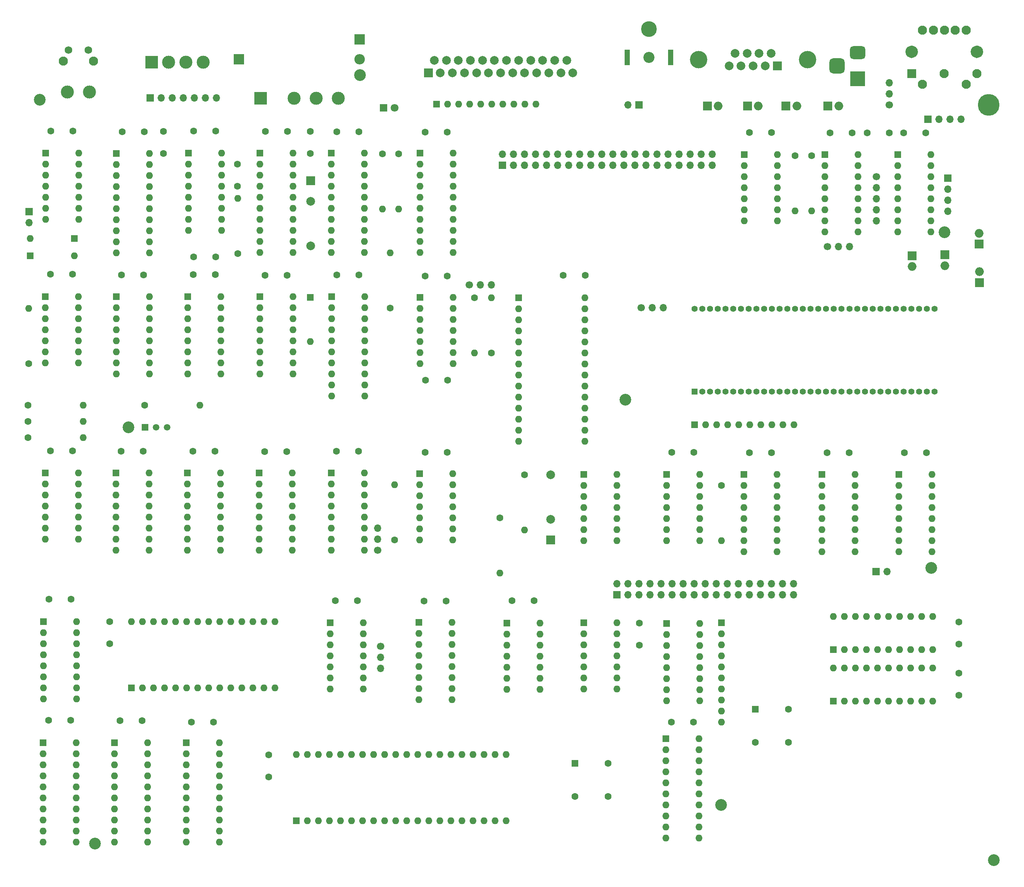
<source format=gbr>
%TF.GenerationSoftware,KiCad,Pcbnew,8.0.5*%
%TF.CreationDate,2024-11-19T00:05:18+00:00*%
%TF.ProjectId,TIM-011B,54494d2d-3031-4314-922e-6b696361645f,rev?*%
%TF.SameCoordinates,Original*%
%TF.FileFunction,Soldermask,Bot*%
%TF.FilePolarity,Negative*%
%FSLAX46Y46*%
G04 Gerber Fmt 4.6, Leading zero omitted, Abs format (unit mm)*
G04 Created by KiCad (PCBNEW 8.0.5) date 2024-11-19 00:05:18*
%MOMM*%
%LPD*%
G01*
G04 APERTURE LIST*
G04 Aperture macros list*
%AMRoundRect*
0 Rectangle with rounded corners*
0 $1 Rounding radius*
0 $2 $3 $4 $5 $6 $7 $8 $9 X,Y pos of 4 corners*
0 Add a 4 corners polygon primitive as box body*
4,1,4,$2,$3,$4,$5,$6,$7,$8,$9,$2,$3,0*
0 Add four circle primitives for the rounded corners*
1,1,$1+$1,$2,$3*
1,1,$1+$1,$4,$5*
1,1,$1+$1,$6,$7*
1,1,$1+$1,$8,$9*
0 Add four rect primitives between the rounded corners*
20,1,$1+$1,$2,$3,$4,$5,0*
20,1,$1+$1,$4,$5,$6,$7,0*
20,1,$1+$1,$6,$7,$8,$9,0*
20,1,$1+$1,$8,$9,$2,$3,0*%
G04 Aperture macros list end*
%ADD10C,1.449000*%
%ADD11R,1.600000X1.600000*%
%ADD12O,1.600000X1.600000*%
%ADD13R,2.000000X2.000000*%
%ADD14O,2.000000X2.000000*%
%ADD15C,2.700000*%
%ADD16C,1.700000*%
%ADD17O,1.700000X1.700000*%
%ADD18C,1.600000*%
%ADD19R,1.700000X1.700000*%
%ADD20R,2.400000X2.400000*%
%ADD21O,2.400000X2.400000*%
%ADD22R,3.000000X3.000000*%
%ADD23C,3.000000*%
%ADD24C,2.100000*%
%ADD25C,1.750000*%
%ADD26R,1.500000X1.500000*%
%ADD27C,1.500000*%
%ADD28C,2.000000*%
%ADD29C,4.000000*%
%ADD30C,5.000000*%
%ADD31R,1.400000X1.400000*%
%ADD32C,1.400000*%
%ADD33R,1.800000X1.800000*%
%ADD34C,1.800000*%
%ADD35R,3.500000X3.500000*%
%ADD36RoundRect,0.750000X-1.000000X0.750000X-1.000000X-0.750000X1.000000X-0.750000X1.000000X0.750000X0*%
%ADD37RoundRect,0.875000X-0.875000X0.875000X-0.875000X-0.875000X0.875000X-0.875000X0.875000X0.875000X0*%
%ADD38C,2.390000*%
%ADD39R,2.100000X2.100000*%
%ADD40C,2.550000*%
%ADD41R,1.300000X3.616000*%
%ADD42C,3.616000*%
G04 APERTURE END LIST*
D10*
%TO.C,J3*%
X301889500Y-40895000D02*
G75*
G02*
X300440500Y-40895000I-724500J0D01*
G01*
X300440500Y-40895000D02*
G75*
G02*
X301889500Y-40895000I724500J0D01*
G01*
X316899500Y-40895000D02*
G75*
G02*
X315450500Y-40895000I-724500J0D01*
G01*
X315450500Y-40895000D02*
G75*
G02*
X316899500Y-40895000I724500J0D01*
G01*
%TD*%
D11*
%TO.C,U16*%
X210790000Y-97450000D03*
D12*
X210790000Y-99990000D03*
X210790000Y-102530000D03*
X210790000Y-105070000D03*
X210790000Y-107610000D03*
X210790000Y-110150000D03*
X210790000Y-112690000D03*
X210790000Y-115230000D03*
X210790000Y-117770000D03*
X210790000Y-120310000D03*
X210790000Y-122850000D03*
X210790000Y-125390000D03*
X210790000Y-127930000D03*
X210790000Y-130470000D03*
X226030000Y-130470000D03*
X226030000Y-127930000D03*
X226030000Y-125390000D03*
X226030000Y-122850000D03*
X226030000Y-120310000D03*
X226030000Y-117770000D03*
X226030000Y-115230000D03*
X226030000Y-112690000D03*
X226030000Y-110150000D03*
X226030000Y-107610000D03*
X226030000Y-105070000D03*
X226030000Y-102530000D03*
X226030000Y-99990000D03*
X226030000Y-97450000D03*
%TD*%
D13*
%TO.C,C55*%
X281900000Y-53350000D03*
D14*
X284400000Y-53350000D03*
%TD*%
D11*
%TO.C,U34*%
X225740000Y-172280000D03*
D12*
X225740000Y-174820000D03*
X225740000Y-177360000D03*
X225740000Y-179900000D03*
X225740000Y-182440000D03*
X225740000Y-184980000D03*
X225740000Y-187520000D03*
X233360000Y-187520000D03*
X233360000Y-184980000D03*
X233360000Y-182440000D03*
X233360000Y-179900000D03*
X233360000Y-177360000D03*
X233360000Y-174820000D03*
X233360000Y-172280000D03*
%TD*%
D15*
%TO.C,H6*%
X257302000Y-214122000D03*
%TD*%
D11*
%TO.C,U7*%
X262640000Y-64520000D03*
D12*
X262640000Y-67060000D03*
X262640000Y-69600000D03*
X262640000Y-72140000D03*
X262640000Y-74680000D03*
X262640000Y-77220000D03*
X262640000Y-79760000D03*
X270260000Y-79760000D03*
X270260000Y-77220000D03*
X270260000Y-74680000D03*
X270260000Y-72140000D03*
X270260000Y-69600000D03*
X270260000Y-67060000D03*
X270260000Y-64520000D03*
%TD*%
D16*
%TO.C,JMP1*%
X281770000Y-85700000D03*
D17*
X284310000Y-85700000D03*
X286850000Y-85700000D03*
%TD*%
D11*
%TO.C,U11*%
X118210000Y-97230000D03*
D12*
X118210000Y-99770000D03*
X118210000Y-102310000D03*
X118210000Y-104850000D03*
X118210000Y-107390000D03*
X118210000Y-109930000D03*
X118210000Y-112470000D03*
X118210000Y-115010000D03*
X125830000Y-115010000D03*
X125830000Y-112470000D03*
X125830000Y-109930000D03*
X125830000Y-107390000D03*
X125830000Y-104850000D03*
X125830000Y-102310000D03*
X125830000Y-99770000D03*
X125830000Y-97230000D03*
%TD*%
D18*
%TO.C,C30*%
X214310000Y-167180000D03*
X209230000Y-167180000D03*
%TD*%
D11*
%TO.C,U20*%
X134580000Y-137750000D03*
D12*
X134580000Y-140290000D03*
X134580000Y-142830000D03*
X134580000Y-145370000D03*
X134580000Y-147910000D03*
X134580000Y-150450000D03*
X134580000Y-152990000D03*
X134580000Y-155530000D03*
X142200000Y-155530000D03*
X142200000Y-152990000D03*
X142200000Y-150450000D03*
X142200000Y-147910000D03*
X142200000Y-145370000D03*
X142200000Y-142830000D03*
X142200000Y-140290000D03*
X142200000Y-137750000D03*
%TD*%
D11*
%TO.C,U23*%
X188020000Y-137990000D03*
D12*
X188020000Y-140530000D03*
X188020000Y-143070000D03*
X188020000Y-145610000D03*
X188020000Y-148150000D03*
X188020000Y-150690000D03*
X188020000Y-153230000D03*
X195640000Y-153230000D03*
X195640000Y-150690000D03*
X195640000Y-148150000D03*
X195640000Y-145610000D03*
X195640000Y-143070000D03*
X195640000Y-140530000D03*
X195640000Y-137990000D03*
%TD*%
D13*
%TO.C,C56*%
X254150000Y-53350000D03*
D14*
X256650000Y-53350000D03*
%TD*%
D18*
%TO.C,C62*%
X299280000Y-59550000D03*
X304360000Y-59550000D03*
%TD*%
%TO.C,C40*%
X173990000Y-59270000D03*
X168910000Y-59270000D03*
%TD*%
D11*
%TO.C,X2*%
X223710000Y-204610000D03*
D18*
X223710000Y-212230000D03*
X231330000Y-212230000D03*
X231330000Y-204610000D03*
%TD*%
D11*
%TO.C,U2*%
X118217000Y-64272000D03*
D12*
X118217000Y-66812000D03*
X118217000Y-69352000D03*
X118217000Y-71892000D03*
X118217000Y-74432000D03*
X118217000Y-76972000D03*
X118217000Y-79512000D03*
X118217000Y-82052000D03*
X118217000Y-84592000D03*
X118217000Y-87132000D03*
X125837000Y-87132000D03*
X125837000Y-84592000D03*
X125837000Y-82052000D03*
X125837000Y-79512000D03*
X125837000Y-76972000D03*
X125837000Y-74432000D03*
X125837000Y-71892000D03*
X125837000Y-69352000D03*
X125837000Y-66812000D03*
X125837000Y-64272000D03*
%TD*%
D18*
%TO.C,R8*%
X179410000Y-64360000D03*
D12*
X179410000Y-77060000D03*
%TD*%
D18*
%TO.C,C29*%
X124610000Y-59310000D03*
X119530000Y-59310000D03*
%TD*%
D19*
%TO.C,P3*%
X207000000Y-66970000D03*
D17*
X207000000Y-64430000D03*
X209540000Y-66970000D03*
X209540000Y-64430000D03*
X212080000Y-66970000D03*
X212080000Y-64430000D03*
X214620000Y-66970000D03*
X214620000Y-64430000D03*
X217160000Y-66970000D03*
X217160000Y-64430000D03*
X219700000Y-66970000D03*
X219700000Y-64430000D03*
X222240000Y-66970000D03*
X222240000Y-64430000D03*
X224780000Y-66970000D03*
X224780000Y-64430000D03*
X227320000Y-66970000D03*
X227320000Y-64430000D03*
X229860000Y-66970000D03*
X229860000Y-64430000D03*
X232400000Y-66970000D03*
X232400000Y-64430000D03*
X234940000Y-66970000D03*
X234940000Y-64430000D03*
X237480000Y-66970000D03*
X237480000Y-64430000D03*
X240020000Y-66970000D03*
X240020000Y-64430000D03*
X242560000Y-66970000D03*
X242560000Y-64430000D03*
X245100000Y-66970000D03*
X245100000Y-64430000D03*
X247640000Y-66970000D03*
X247640000Y-64430000D03*
X250180000Y-66970000D03*
X250180000Y-64430000D03*
X252720000Y-66970000D03*
X252720000Y-64430000D03*
X255260000Y-66970000D03*
X255260000Y-64430000D03*
%TD*%
D18*
%TO.C,R15*%
X206440000Y-148090000D03*
D12*
X206440000Y-160790000D03*
%TD*%
D15*
%TO.C,H2*%
X174250000Y-46228000D03*
%TD*%
D18*
%TO.C,C51*%
X286780000Y-133120000D03*
X281700000Y-133120000D03*
%TD*%
D16*
%TO.C,JMP6*%
X238960000Y-99750000D03*
D17*
X241500000Y-99750000D03*
X244040000Y-99750000D03*
%TD*%
D18*
%TO.C,CX1*%
X141100000Y-88100000D03*
X136020000Y-88100000D03*
%TD*%
D20*
%TO.C,C1*%
X146380000Y-42610000D03*
X174160000Y-38030000D03*
D21*
X174160000Y-42610000D03*
%TD*%
D18*
%TO.C,R6*%
X204490000Y-110220000D03*
D12*
X204490000Y-97520000D03*
%TD*%
D22*
%TO.C,P2*%
X151430000Y-51600000D03*
D23*
X159070000Y-51620000D03*
X164160000Y-51630000D03*
X169240000Y-51630000D03*
%TD*%
D13*
%TO.C,C61*%
X301300000Y-87800000D03*
D14*
X301300000Y-90300000D03*
%TD*%
D19*
%TO.C,J5*%
X304912000Y-56405000D03*
D17*
X307452000Y-56405000D03*
X309992000Y-56405000D03*
X312532000Y-56405000D03*
%TD*%
D24*
%TO.C,T2*%
X105990000Y-43000000D03*
X113000000Y-43000000D03*
D25*
X107240000Y-40510000D03*
X111740000Y-40510000D03*
%TD*%
D11*
%TO.C,U1*%
X101920000Y-64240000D03*
D12*
X101920000Y-66780000D03*
X101920000Y-69320000D03*
X101920000Y-71860000D03*
X101920000Y-74400000D03*
X101920000Y-76940000D03*
X101920000Y-79480000D03*
X109540000Y-79480000D03*
X109540000Y-76940000D03*
X109540000Y-74400000D03*
X109540000Y-71860000D03*
X109540000Y-69320000D03*
X109540000Y-66780000D03*
X109540000Y-64240000D03*
%TD*%
D26*
%TO.C,Q1*%
X124790000Y-127260000D03*
D27*
X127330000Y-127260000D03*
X129870000Y-127260000D03*
%TD*%
D16*
%TO.C,JMP5*%
X296000000Y-53080000D03*
D17*
X296000000Y-50540000D03*
X296000000Y-48000000D03*
%TD*%
D19*
%TO.C,J4*%
X309500000Y-69945000D03*
D17*
X309500000Y-72485000D03*
X309500000Y-75025000D03*
X309500000Y-77565000D03*
%TD*%
D16*
%TO.C,JMP2*%
X293060000Y-69640000D03*
D17*
X293060000Y-72180000D03*
X293060000Y-74720000D03*
X293060000Y-77260000D03*
X293060000Y-79800000D03*
%TD*%
D18*
%TO.C,R14*%
X124770000Y-122160000D03*
D12*
X137470000Y-122160000D03*
%TD*%
D15*
%TO.C,H9*%
X308717000Y-82405000D03*
%TD*%
D11*
%TO.C,U28*%
X298250000Y-138090000D03*
D12*
X298250000Y-140630000D03*
X298250000Y-143170000D03*
X298250000Y-145710000D03*
X298250000Y-148250000D03*
X298250000Y-150790000D03*
X298250000Y-153330000D03*
X298250000Y-155870000D03*
X305870000Y-155870000D03*
X305870000Y-153330000D03*
X305870000Y-150790000D03*
X305870000Y-148250000D03*
X305870000Y-145710000D03*
X305870000Y-143170000D03*
X305870000Y-140630000D03*
X305870000Y-138090000D03*
%TD*%
D11*
%TO.C,U29*%
X101480000Y-171970000D03*
D12*
X101480000Y-174510000D03*
X101480000Y-177050000D03*
X101480000Y-179590000D03*
X101480000Y-182130000D03*
X101480000Y-184670000D03*
X101480000Y-187210000D03*
X101480000Y-189750000D03*
X109100000Y-189750000D03*
X109100000Y-187210000D03*
X109100000Y-184670000D03*
X109100000Y-182130000D03*
X109100000Y-179590000D03*
X109100000Y-177050000D03*
X109100000Y-174510000D03*
X109100000Y-171970000D03*
%TD*%
D18*
%TO.C,R3*%
X274380000Y-64780000D03*
D12*
X274380000Y-77480000D03*
%TD*%
D16*
%TO.C,JMP7*%
X199420000Y-94500000D03*
D17*
X201960000Y-94500000D03*
X204500000Y-94500000D03*
%TD*%
D11*
%TO.C,U5*%
X167690000Y-64230000D03*
D12*
X167690000Y-66770000D03*
X167690000Y-69310000D03*
X167690000Y-71850000D03*
X167690000Y-74390000D03*
X167690000Y-76930000D03*
X167690000Y-79470000D03*
X167690000Y-82010000D03*
X167690000Y-84550000D03*
X167690000Y-87090000D03*
X175310000Y-87090000D03*
X175310000Y-84550000D03*
X175310000Y-82010000D03*
X175310000Y-79470000D03*
X175310000Y-76930000D03*
X175310000Y-74390000D03*
X175310000Y-71850000D03*
X175310000Y-69310000D03*
X175310000Y-66770000D03*
X175310000Y-64230000D03*
%TD*%
D11*
%TO.C,U32*%
X187770000Y-172160000D03*
D12*
X187770000Y-174700000D03*
X187770000Y-177240000D03*
X187770000Y-179780000D03*
X187770000Y-182320000D03*
X187770000Y-184860000D03*
X187770000Y-187400000D03*
X187770000Y-189940000D03*
X195390000Y-189940000D03*
X195390000Y-187400000D03*
X195390000Y-184860000D03*
X195390000Y-182320000D03*
X195390000Y-179780000D03*
X195390000Y-177240000D03*
X195390000Y-174700000D03*
X195390000Y-172160000D03*
%TD*%
D11*
%TO.C,U15*%
X188050000Y-97402500D03*
D12*
X188050000Y-99942500D03*
X188050000Y-102482500D03*
X188050000Y-105022500D03*
X188050000Y-107562500D03*
X188050000Y-110102500D03*
X188050000Y-112642500D03*
X195670000Y-112642500D03*
X195670000Y-110102500D03*
X195670000Y-107562500D03*
X195670000Y-105022500D03*
X195670000Y-102482500D03*
X195670000Y-99942500D03*
X195670000Y-97402500D03*
%TD*%
D16*
%TO.C,JMP3*%
X178308000Y-155575000D03*
D17*
X178308000Y-153035000D03*
X178308000Y-150495000D03*
%TD*%
D11*
%TO.C,U43*%
X159640000Y-217750000D03*
D12*
X162180000Y-217750000D03*
X164720000Y-217750000D03*
X167260000Y-217750000D03*
X169800000Y-217750000D03*
X172340000Y-217750000D03*
X174880000Y-217750000D03*
X177420000Y-217750000D03*
X179960000Y-217750000D03*
X182500000Y-217750000D03*
X185040000Y-217750000D03*
X187580000Y-217750000D03*
X190120000Y-217750000D03*
X192660000Y-217750000D03*
X195200000Y-217750000D03*
X197740000Y-217750000D03*
X200280000Y-217750000D03*
X202820000Y-217750000D03*
X205360000Y-217750000D03*
X207900000Y-217750000D03*
X207900000Y-202510000D03*
X205360000Y-202510000D03*
X202820000Y-202510000D03*
X200280000Y-202510000D03*
X197740000Y-202510000D03*
X195200000Y-202510000D03*
X192660000Y-202510000D03*
X190120000Y-202510000D03*
X187580000Y-202510000D03*
X185040000Y-202510000D03*
X182500000Y-202510000D03*
X179960000Y-202510000D03*
X177420000Y-202510000D03*
X174880000Y-202510000D03*
X172340000Y-202510000D03*
X169800000Y-202510000D03*
X167260000Y-202510000D03*
X164720000Y-202510000D03*
X162180000Y-202510000D03*
X159640000Y-202510000D03*
%TD*%
D15*
%TO.C,H1*%
X100584000Y-51943000D03*
%TD*%
D13*
%TO.C,J1*%
X189985000Y-45720000D03*
D28*
X192755000Y-45720000D03*
X195525000Y-45720000D03*
X198295000Y-45720000D03*
X201065000Y-45720000D03*
X203835000Y-45720000D03*
X206605000Y-45720000D03*
X209375000Y-45720000D03*
X212145000Y-45720000D03*
X214915000Y-45720000D03*
X217685000Y-45720000D03*
X220455000Y-45720000D03*
X223225000Y-45720000D03*
X191350000Y-42900000D03*
X194120000Y-42900000D03*
X196890000Y-42900000D03*
X199660000Y-42900000D03*
X202430000Y-42900000D03*
X205200000Y-42900000D03*
X207970000Y-42900000D03*
X210740000Y-42900000D03*
X213510000Y-42900000D03*
X216280000Y-42900000D03*
X219050000Y-42900000D03*
X221820000Y-42900000D03*
%TD*%
D11*
%TO.C,D1*%
X162800000Y-97390000D03*
D12*
X162800000Y-107550000D03*
%TD*%
D15*
%TO.C,H4*%
X121031000Y-127254000D03*
%TD*%
D18*
%TO.C,R11*%
X98040000Y-112640000D03*
D12*
X98040000Y-99940000D03*
%TD*%
D18*
%TO.C,C19*%
X140880000Y-132790000D03*
X135800000Y-132790000D03*
%TD*%
D22*
%TO.C,P5*%
X126319000Y-43307000D03*
D23*
X130279000Y-43307000D03*
X134239000Y-43307000D03*
X138199000Y-43307000D03*
%TD*%
D18*
%TO.C,C25*%
X312000000Y-188950000D03*
X312000000Y-183870000D03*
%TD*%
D19*
%TO.C,P4*%
X233370000Y-165800000D03*
D17*
X233370000Y-163260000D03*
X235910000Y-165800000D03*
X235910000Y-163260000D03*
X238450000Y-165800000D03*
X238450000Y-163260000D03*
X240990000Y-165800000D03*
X240990000Y-163260000D03*
X243530000Y-165800000D03*
X243530000Y-163260000D03*
X246070000Y-165800000D03*
X246070000Y-163260000D03*
X248610000Y-165800000D03*
X248610000Y-163260000D03*
X251150000Y-165800000D03*
X251150000Y-163260000D03*
X253690000Y-165800000D03*
X253690000Y-163260000D03*
X256230000Y-165800000D03*
X256230000Y-163260000D03*
X258770000Y-165800000D03*
X258770000Y-163260000D03*
X261310000Y-165800000D03*
X261310000Y-163260000D03*
X263850000Y-165800000D03*
X263850000Y-163260000D03*
X266390000Y-165800000D03*
X266390000Y-163260000D03*
X268930000Y-165800000D03*
X268930000Y-163260000D03*
X271470000Y-165800000D03*
X271470000Y-163260000D03*
X274010000Y-165800000D03*
X274010000Y-163260000D03*
%TD*%
D18*
%TO.C,C24*%
X312040000Y-177110000D03*
X312040000Y-172030000D03*
%TD*%
D11*
%TO.C,U35*%
X244760000Y-172370000D03*
D12*
X244760000Y-174910000D03*
X244760000Y-177450000D03*
X244760000Y-179990000D03*
X244760000Y-182530000D03*
X244760000Y-185070000D03*
X244760000Y-187610000D03*
X244760000Y-190150000D03*
X252380000Y-190150000D03*
X252380000Y-187610000D03*
X252380000Y-185070000D03*
X252380000Y-182530000D03*
X252380000Y-179990000D03*
X252380000Y-177450000D03*
X252380000Y-174910000D03*
X252380000Y-172370000D03*
%TD*%
D11*
%TO.C,U30*%
X121680000Y-187260000D03*
D12*
X124220000Y-187260000D03*
X126760000Y-187260000D03*
X129300000Y-187260000D03*
X131840000Y-187260000D03*
X134380000Y-187260000D03*
X136920000Y-187260000D03*
X139460000Y-187260000D03*
X142000000Y-187260000D03*
X144540000Y-187260000D03*
X147080000Y-187260000D03*
X149620000Y-187260000D03*
X152160000Y-187260000D03*
X154700000Y-187260000D03*
X154700000Y-172020000D03*
X152160000Y-172020000D03*
X149620000Y-172020000D03*
X147080000Y-172020000D03*
X144540000Y-172020000D03*
X142000000Y-172020000D03*
X139460000Y-172020000D03*
X136920000Y-172020000D03*
X134380000Y-172020000D03*
X131840000Y-172020000D03*
X129300000Y-172020000D03*
X126760000Y-172020000D03*
X124220000Y-172020000D03*
X121680000Y-172020000D03*
%TD*%
D13*
%TO.C,C58*%
X316750000Y-94000000D03*
D14*
X316750000Y-91500000D03*
%TD*%
D18*
%TO.C,C16*%
X226040000Y-92340000D03*
X220960000Y-92340000D03*
%TD*%
%TO.C,R1*%
X146120000Y-87320000D03*
D12*
X146120000Y-74620000D03*
%TD*%
D11*
%TO.C,U13*%
X151200000Y-97230000D03*
D12*
X151200000Y-99770000D03*
X151200000Y-102310000D03*
X151200000Y-104850000D03*
X151200000Y-107390000D03*
X151200000Y-109930000D03*
X151200000Y-112470000D03*
X151200000Y-115010000D03*
X158820000Y-115010000D03*
X158820000Y-112470000D03*
X158820000Y-109930000D03*
X158820000Y-107390000D03*
X158820000Y-104850000D03*
X158820000Y-102310000D03*
X158820000Y-99770000D03*
X158820000Y-97230000D03*
%TD*%
D18*
%TO.C,C31*%
X194070000Y-167280000D03*
X188990000Y-167280000D03*
%TD*%
D13*
%TO.C,C60*%
X316650000Y-85150000D03*
D14*
X316650000Y-82650000D03*
%TD*%
D18*
%TO.C,C12*%
X140970000Y-92130000D03*
X135890000Y-92130000D03*
%TD*%
%TO.C,R13*%
X97870000Y-129630000D03*
D12*
X110570000Y-129630000D03*
%TD*%
D11*
%TO.C,U41*%
X117810000Y-199850000D03*
D12*
X117810000Y-202390000D03*
X117810000Y-204930000D03*
X117810000Y-207470000D03*
X117810000Y-210010000D03*
X117810000Y-212550000D03*
X117810000Y-215090000D03*
X117810000Y-217630000D03*
X117810000Y-220170000D03*
X117810000Y-222710000D03*
X125430000Y-222710000D03*
X125430000Y-220170000D03*
X125430000Y-217630000D03*
X125430000Y-215090000D03*
X125430000Y-212550000D03*
X125430000Y-210010000D03*
X125430000Y-207470000D03*
X125430000Y-204930000D03*
X125430000Y-202390000D03*
X125430000Y-199850000D03*
%TD*%
D11*
%TO.C,U12*%
X134670000Y-97230000D03*
D12*
X134670000Y-99770000D03*
X134670000Y-102310000D03*
X134670000Y-104850000D03*
X134670000Y-107390000D03*
X134670000Y-109930000D03*
X134670000Y-112470000D03*
X134670000Y-115010000D03*
X142290000Y-115010000D03*
X142290000Y-112470000D03*
X142290000Y-109930000D03*
X142290000Y-107390000D03*
X142290000Y-104850000D03*
X142290000Y-102310000D03*
X142290000Y-99770000D03*
X142290000Y-97230000D03*
%TD*%
D18*
%TO.C,C20*%
X157380000Y-132890000D03*
X152300000Y-132890000D03*
%TD*%
D23*
%TO.C,T1*%
X106995000Y-50180000D03*
X112075000Y-50180000D03*
%TD*%
D11*
%TO.C,U8*%
X281180000Y-64580000D03*
D12*
X281180000Y-67120000D03*
X281180000Y-69660000D03*
X281180000Y-72200000D03*
X281180000Y-74740000D03*
X281180000Y-77280000D03*
X281180000Y-79820000D03*
X281180000Y-82360000D03*
X288800000Y-82360000D03*
X288800000Y-79820000D03*
X288800000Y-77280000D03*
X288800000Y-74740000D03*
X288800000Y-72200000D03*
X288800000Y-69660000D03*
X288800000Y-67120000D03*
X288800000Y-64580000D03*
%TD*%
D19*
%TO.C,JMP10*%
X98120000Y-77660000D03*
D17*
X98120000Y-80200000D03*
%TD*%
D29*
%TO.C,J6*%
X277195000Y-42720000D03*
X252195000Y-42720000D03*
D13*
X270235000Y-44140000D03*
D28*
X267465000Y-44140000D03*
X264695000Y-44140000D03*
X261925000Y-44140000D03*
X259155000Y-44140000D03*
X268850000Y-41300000D03*
X266080000Y-41300000D03*
X263310000Y-41300000D03*
X260540000Y-41300000D03*
%TD*%
D11*
%TO.C,U9*%
X297980000Y-64580000D03*
D12*
X297980000Y-67120000D03*
X297980000Y-69660000D03*
X297980000Y-72200000D03*
X297980000Y-74740000D03*
X297980000Y-77280000D03*
X297980000Y-79820000D03*
X297980000Y-82360000D03*
X305600000Y-82360000D03*
X305600000Y-79820000D03*
X305600000Y-77280000D03*
X305600000Y-74740000D03*
X305600000Y-72200000D03*
X305600000Y-69660000D03*
X305600000Y-67120000D03*
X305600000Y-64580000D03*
%TD*%
D11*
%TO.C,U14*%
X167720000Y-97220000D03*
D12*
X167720000Y-99760000D03*
X167720000Y-102300000D03*
X167720000Y-104840000D03*
X167720000Y-107380000D03*
X167720000Y-109920000D03*
X167720000Y-112460000D03*
X167720000Y-115000000D03*
X167720000Y-117540000D03*
X167720000Y-120080000D03*
X175340000Y-120080000D03*
X175340000Y-117540000D03*
X175340000Y-115000000D03*
X175340000Y-112460000D03*
X175340000Y-109920000D03*
X175340000Y-107380000D03*
X175340000Y-104840000D03*
X175340000Y-102300000D03*
X175340000Y-99760000D03*
X175340000Y-97220000D03*
%TD*%
D11*
%TO.C,U61*%
X283122500Y-190250000D03*
D12*
X285662500Y-190250000D03*
X288202500Y-190250000D03*
X290742500Y-190250000D03*
X293282500Y-190250000D03*
X295822500Y-190250000D03*
X298362500Y-190250000D03*
X300902500Y-190250000D03*
X303442500Y-190250000D03*
X305982500Y-190250000D03*
X305982500Y-182630000D03*
X303442500Y-182630000D03*
X300902500Y-182630000D03*
X298362500Y-182630000D03*
X295822500Y-182630000D03*
X293282500Y-182630000D03*
X290742500Y-182630000D03*
X288202500Y-182630000D03*
X285662500Y-182630000D03*
X283122500Y-182630000D03*
%TD*%
D18*
%TO.C,C52*%
X268910000Y-133120000D03*
X263830000Y-133120000D03*
%TD*%
%TO.C,C41*%
X194340000Y-59420000D03*
X189260000Y-59420000D03*
%TD*%
D11*
%TO.C,U21*%
X151080000Y-137750000D03*
D12*
X151080000Y-140290000D03*
X151080000Y-142830000D03*
X151080000Y-145370000D03*
X151080000Y-147910000D03*
X151080000Y-150450000D03*
X151080000Y-152990000D03*
X151080000Y-155530000D03*
X158700000Y-155530000D03*
X158700000Y-152990000D03*
X158700000Y-150450000D03*
X158700000Y-147910000D03*
X158700000Y-145370000D03*
X158700000Y-142830000D03*
X158700000Y-140290000D03*
X158700000Y-137750000D03*
%TD*%
D18*
%TO.C,R7*%
X182245000Y-153220000D03*
D12*
X182245000Y-140520000D03*
%TD*%
D18*
%TO.C,C13*%
X157500000Y-92290000D03*
X152420000Y-92290000D03*
%TD*%
%TO.C,C43*%
X153280000Y-202600000D03*
X153280000Y-207680000D03*
%TD*%
D11*
%TO.C,U60*%
X283112500Y-178410000D03*
D12*
X285652500Y-178410000D03*
X288192500Y-178410000D03*
X290732500Y-178410000D03*
X293272500Y-178410000D03*
X295812500Y-178410000D03*
X298352500Y-178410000D03*
X300892500Y-178410000D03*
X303432500Y-178410000D03*
X305972500Y-178410000D03*
X305972500Y-170790000D03*
X303432500Y-170790000D03*
X300892500Y-170790000D03*
X298352500Y-170790000D03*
X295812500Y-170790000D03*
X293272500Y-170790000D03*
X290732500Y-170790000D03*
X288192500Y-170790000D03*
X285652500Y-170790000D03*
X283112500Y-170790000D03*
%TD*%
D18*
%TO.C,C10*%
X108170000Y-92020000D03*
X103090000Y-92020000D03*
%TD*%
%TO.C,C32*%
X173690000Y-167180000D03*
X168610000Y-167180000D03*
%TD*%
D15*
%TO.C,H7*%
X320040000Y-226822000D03*
%TD*%
D18*
%TO.C,R9*%
X97870000Y-122160000D03*
D12*
X110570000Y-122160000D03*
%TD*%
D18*
%TO.C,C22*%
X194320000Y-133000000D03*
X189240000Y-133000000D03*
%TD*%
%TO.C,C14*%
X174020000Y-92260000D03*
X168940000Y-92260000D03*
%TD*%
%TO.C,C23*%
X107780000Y-166800000D03*
X102700000Y-166800000D03*
%TD*%
%TO.C,CX2*%
X129032000Y-64262000D03*
X129032000Y-59182000D03*
%TD*%
%TO.C,C49*%
X287480000Y-59550000D03*
X282400000Y-59550000D03*
%TD*%
D15*
%TO.C,H8*%
X305689000Y-159639000D03*
%TD*%
D18*
%TO.C,C53*%
X251080000Y-133070000D03*
X246000000Y-133070000D03*
%TD*%
%TO.C,C48*%
X268940000Y-59460000D03*
X263860000Y-59460000D03*
%TD*%
%TO.C,C42*%
X116670000Y-172020000D03*
X116670000Y-177100000D03*
%TD*%
D13*
%TO.C,C6*%
X218160000Y-153160000D03*
D28*
X218160000Y-148410000D03*
X218160000Y-138170000D03*
%TD*%
D11*
%TO.C,X1*%
X265200000Y-192160000D03*
D18*
X265200000Y-199780000D03*
X272820000Y-199780000D03*
X272820000Y-192160000D03*
%TD*%
D30*
%TO.C,H3*%
X318897000Y-53086000D03*
%TD*%
D11*
%TO.C,U26*%
X262610000Y-138090000D03*
D12*
X262610000Y-140630000D03*
X262610000Y-143170000D03*
X262610000Y-145710000D03*
X262610000Y-148250000D03*
X262610000Y-150790000D03*
X262610000Y-153330000D03*
X262610000Y-155870000D03*
X270230000Y-155870000D03*
X270230000Y-153330000D03*
X270230000Y-150790000D03*
X270230000Y-148250000D03*
X270230000Y-145710000D03*
X270230000Y-143170000D03*
X270230000Y-140630000D03*
X270230000Y-138090000D03*
%TD*%
D18*
%TO.C,R20*%
X181250000Y-99850000D03*
D12*
X181250000Y-87150000D03*
%TD*%
D31*
%TO.C,U17*%
X251230000Y-119050000D03*
D32*
X253010000Y-119050000D03*
X254790000Y-119050000D03*
X256570000Y-119050000D03*
X258350000Y-119050000D03*
X260130000Y-119050000D03*
X261910000Y-119050000D03*
X263690000Y-119050000D03*
X265470000Y-119050000D03*
X267250000Y-119050000D03*
X269030000Y-119050000D03*
X270810000Y-119050000D03*
X272590000Y-119050000D03*
X274370000Y-119050000D03*
X276150000Y-119050000D03*
X277930000Y-119050000D03*
X279710000Y-119050000D03*
X281490000Y-119050000D03*
X283270000Y-119050000D03*
X285050000Y-119050000D03*
X286830000Y-119050000D03*
X288610000Y-119050000D03*
X290390000Y-119050000D03*
X292170000Y-119050000D03*
X293950000Y-119050000D03*
X295730000Y-119050000D03*
X297510000Y-119050000D03*
X299290000Y-119050000D03*
X301070000Y-119050000D03*
X302850000Y-119050000D03*
X304630000Y-119050000D03*
X306410000Y-119050000D03*
X306410000Y-99980000D03*
X304630000Y-99980000D03*
X302850000Y-99980000D03*
X301070000Y-99980000D03*
X299290000Y-99980000D03*
X297510000Y-99980000D03*
X295730000Y-99980000D03*
X293950000Y-99980000D03*
X292170000Y-99980000D03*
X290390000Y-99980000D03*
X288610000Y-99980000D03*
X286830000Y-99980000D03*
X285050000Y-99980000D03*
X283270000Y-99980000D03*
X281490000Y-99980000D03*
X279710000Y-99980000D03*
X277930000Y-99980000D03*
X276150000Y-99980000D03*
X274370000Y-99980000D03*
X272590000Y-99980000D03*
X270810000Y-99980000D03*
X269030000Y-99980000D03*
X267250000Y-99980000D03*
X265470000Y-99980000D03*
X263690000Y-99980000D03*
X261910000Y-99980000D03*
X260130000Y-99980000D03*
X258350000Y-99980000D03*
X256570000Y-99980000D03*
X254790000Y-99980000D03*
X253010000Y-99980000D03*
X251230000Y-99980000D03*
%TD*%
D15*
%TO.C,H5*%
X113284000Y-223012000D03*
%TD*%
D11*
%TO.C,U42*%
X134270000Y-199840000D03*
D12*
X134270000Y-202380000D03*
X134270000Y-204920000D03*
X134270000Y-207460000D03*
X134270000Y-210000000D03*
X134270000Y-212540000D03*
X134270000Y-215080000D03*
X134270000Y-217620000D03*
X134270000Y-220160000D03*
X134270000Y-222700000D03*
X141890000Y-222700000D03*
X141890000Y-220160000D03*
X141890000Y-217620000D03*
X141890000Y-215080000D03*
X141890000Y-212540000D03*
X141890000Y-210000000D03*
X141890000Y-207460000D03*
X141890000Y-204920000D03*
X141890000Y-202380000D03*
X141890000Y-199840000D03*
%TD*%
D11*
%TO.C,U44*%
X244660000Y-198920000D03*
D12*
X244660000Y-201460000D03*
X244660000Y-204000000D03*
X244660000Y-206540000D03*
X244660000Y-209080000D03*
X244660000Y-211620000D03*
X244660000Y-214160000D03*
X244660000Y-216700000D03*
X244660000Y-219240000D03*
X244660000Y-221780000D03*
X252280000Y-221780000D03*
X252280000Y-219240000D03*
X252280000Y-216700000D03*
X252280000Y-214160000D03*
X252280000Y-211620000D03*
X252280000Y-209080000D03*
X252280000Y-206540000D03*
X252280000Y-204000000D03*
X252280000Y-201460000D03*
X252280000Y-198920000D03*
%TD*%
D18*
%TO.C,R2*%
X183120000Y-64370000D03*
D12*
X183120000Y-77070000D03*
%TD*%
D33*
%TO.C,D2*%
X179725000Y-53750000D03*
D34*
X182265000Y-53750000D03*
%TD*%
D18*
%TO.C,C17*%
X108150000Y-132710000D03*
X103070000Y-132710000D03*
%TD*%
D13*
%TO.C,C57*%
X263400000Y-53350000D03*
D14*
X265900000Y-53350000D03*
%TD*%
D11*
%TO.C,RP2*%
X251200000Y-126670000D03*
D12*
X253740000Y-126670000D03*
X256280000Y-126670000D03*
X258820000Y-126670000D03*
X261360000Y-126670000D03*
X263900000Y-126670000D03*
X266440000Y-126670000D03*
X268980000Y-126670000D03*
X271520000Y-126670000D03*
X274060000Y-126670000D03*
%TD*%
D18*
%TO.C,C8*%
X296000000Y-59550000D03*
X290920000Y-59550000D03*
%TD*%
D11*
%TO.C,RP3*%
X257390000Y-172250000D03*
D12*
X257390000Y-174790000D03*
X257390000Y-177330000D03*
X257390000Y-179870000D03*
X257390000Y-182410000D03*
X257390000Y-184950000D03*
X257390000Y-187490000D03*
X257390000Y-190030000D03*
X257390000Y-192570000D03*
X257390000Y-195110000D03*
%TD*%
D13*
%TO.C,C59*%
X308800000Y-87600000D03*
D14*
X308800000Y-90100000D03*
%TD*%
D19*
%TO.C,JMP4*%
X292960000Y-160500000D03*
D17*
X295500000Y-160500000D03*
%TD*%
D11*
%TO.C,U25*%
X244780000Y-138090000D03*
D12*
X244780000Y-140630000D03*
X244780000Y-143170000D03*
X244780000Y-145710000D03*
X244780000Y-148250000D03*
X244780000Y-150790000D03*
X244780000Y-153330000D03*
X252400000Y-153330000D03*
X252400000Y-150790000D03*
X252400000Y-148250000D03*
X252400000Y-145710000D03*
X252400000Y-143170000D03*
X252400000Y-140630000D03*
X252400000Y-138090000D03*
%TD*%
D18*
%TO.C,C5*%
X194400000Y-116425000D03*
X189320000Y-116425000D03*
%TD*%
D11*
%TO.C,U3*%
X134810000Y-64220000D03*
D12*
X134810000Y-66760000D03*
X134810000Y-69300000D03*
X134810000Y-71840000D03*
X134810000Y-74380000D03*
X134810000Y-76920000D03*
X134810000Y-79460000D03*
X134810000Y-82000000D03*
X142430000Y-82000000D03*
X142430000Y-79460000D03*
X142430000Y-76920000D03*
X142430000Y-74380000D03*
X142430000Y-71840000D03*
X142430000Y-69300000D03*
X142430000Y-66760000D03*
X142430000Y-64220000D03*
%TD*%
D18*
%TO.C,C21*%
X173940000Y-132780000D03*
X168860000Y-132780000D03*
%TD*%
D11*
%TO.C,U40*%
X101380000Y-199850000D03*
D12*
X101380000Y-202390000D03*
X101380000Y-204930000D03*
X101380000Y-207470000D03*
X101380000Y-210010000D03*
X101380000Y-212550000D03*
X101380000Y-215090000D03*
X101380000Y-217630000D03*
X101380000Y-220170000D03*
X101380000Y-222710000D03*
X109000000Y-222710000D03*
X109000000Y-220170000D03*
X109000000Y-217630000D03*
X109000000Y-215090000D03*
X109000000Y-212550000D03*
X109000000Y-210010000D03*
X109000000Y-207470000D03*
X109000000Y-204930000D03*
X109000000Y-202390000D03*
X109000000Y-199850000D03*
%TD*%
D19*
%TO.C,P1*%
X125970000Y-51540000D03*
D17*
X128510000Y-51540000D03*
X131050000Y-51540000D03*
X133590000Y-51540000D03*
X136130000Y-51540000D03*
X138670000Y-51540000D03*
X141210000Y-51540000D03*
%TD*%
D19*
%TO.C,JMP9*%
X238405000Y-53100000D03*
D17*
X235865000Y-53100000D03*
%TD*%
D18*
%TO.C,C28*%
X108220000Y-59090000D03*
X103140000Y-59090000D03*
%TD*%
D11*
%TO.C,U19*%
X118100000Y-137750000D03*
D12*
X118100000Y-140290000D03*
X118100000Y-142830000D03*
X118100000Y-145370000D03*
X118100000Y-147910000D03*
X118100000Y-150450000D03*
X118100000Y-152990000D03*
X118100000Y-155530000D03*
X125720000Y-155530000D03*
X125720000Y-152990000D03*
X125720000Y-150450000D03*
X125720000Y-147910000D03*
X125720000Y-145370000D03*
X125720000Y-142830000D03*
X125720000Y-140290000D03*
X125720000Y-137750000D03*
%TD*%
D11*
%TO.C,U33*%
X208010000Y-172290000D03*
D12*
X208010000Y-174830000D03*
X208010000Y-177370000D03*
X208010000Y-179910000D03*
X208010000Y-182450000D03*
X208010000Y-184990000D03*
X208010000Y-187530000D03*
X215630000Y-187530000D03*
X215630000Y-184990000D03*
X215630000Y-182450000D03*
X215630000Y-179910000D03*
X215630000Y-177370000D03*
X215630000Y-174830000D03*
X215630000Y-172290000D03*
%TD*%
D11*
%TO.C,U10*%
X101870000Y-97240000D03*
D12*
X101870000Y-99780000D03*
X101870000Y-102320000D03*
X101870000Y-104860000D03*
X101870000Y-107400000D03*
X101870000Y-109940000D03*
X101870000Y-112480000D03*
X109490000Y-112480000D03*
X109490000Y-109940000D03*
X109490000Y-107400000D03*
X109490000Y-104860000D03*
X109490000Y-102320000D03*
X109490000Y-99780000D03*
X109490000Y-97240000D03*
%TD*%
D18*
%TO.C,C36*%
X250960000Y-195070000D03*
X245880000Y-195070000D03*
%TD*%
D11*
%TO.C,U4*%
X151260000Y-64230000D03*
D12*
X151260000Y-66770000D03*
X151260000Y-69310000D03*
X151260000Y-71850000D03*
X151260000Y-74390000D03*
X151260000Y-76930000D03*
X151260000Y-79470000D03*
X151260000Y-82010000D03*
X151260000Y-84550000D03*
X151260000Y-87090000D03*
X158880000Y-87090000D03*
X158880000Y-84550000D03*
X158880000Y-82010000D03*
X158880000Y-79470000D03*
X158880000Y-76930000D03*
X158880000Y-74390000D03*
X158880000Y-71850000D03*
X158880000Y-69310000D03*
X158880000Y-66770000D03*
X158880000Y-64230000D03*
%TD*%
D16*
%TO.C,JMP8*%
X179000000Y-177670000D03*
D17*
X179000000Y-180210000D03*
X179000000Y-182750000D03*
%TD*%
D35*
%TO.C,P7*%
X288700000Y-47100000D03*
D36*
X288700000Y-41100000D03*
D37*
X284000000Y-44100000D03*
%TD*%
D18*
%TO.C,C50*%
X304550000Y-133100000D03*
X299470000Y-133100000D03*
%TD*%
%TO.C,C18*%
X124400000Y-132790000D03*
X119320000Y-132790000D03*
%TD*%
%TO.C,C2*%
X146050000Y-71800000D03*
X146050000Y-66720000D03*
%TD*%
%TO.C,C34*%
X124110000Y-194780000D03*
X119030000Y-194780000D03*
%TD*%
%TO.C,C11*%
X124510000Y-92230000D03*
X119430000Y-92230000D03*
%TD*%
%TO.C,C3*%
X162800000Y-64300000D03*
X162800000Y-59220000D03*
%TD*%
D11*
%TO.C,D4*%
X108590000Y-83840000D03*
D12*
X98430000Y-83840000D03*
%TD*%
D18*
%TO.C,R16*%
X212100000Y-138180000D03*
D12*
X212100000Y-150880000D03*
%TD*%
D13*
%TO.C,C54*%
X272250000Y-53350000D03*
D14*
X274750000Y-53350000D03*
%TD*%
D18*
%TO.C,R4*%
X278160000Y-64770000D03*
D12*
X278160000Y-77470000D03*
%TD*%
D11*
%TO.C,RP1*%
X191890000Y-52930000D03*
D12*
X194430000Y-52930000D03*
X196970000Y-52930000D03*
X199510000Y-52930000D03*
X202050000Y-52930000D03*
X204590000Y-52930000D03*
X207130000Y-52930000D03*
X209670000Y-52930000D03*
X212210000Y-52930000D03*
X214750000Y-52930000D03*
%TD*%
D18*
%TO.C,R12*%
X257450000Y-140670000D03*
D12*
X257450000Y-153370000D03*
%TD*%
D11*
%TO.C,D3*%
X98430000Y-87830000D03*
D12*
X108590000Y-87830000D03*
%TD*%
D38*
%TO.C,J3*%
X301165000Y-40895000D03*
X316175000Y-40895000D03*
D39*
X301165000Y-45905000D03*
D24*
X308670000Y-45905000D03*
X316175000Y-45905000D03*
X303665000Y-48395000D03*
X313675000Y-48395000D03*
X303665000Y-35898200D03*
X306170000Y-35898200D03*
X308720800Y-35898200D03*
X311170000Y-35898200D03*
X313675000Y-35898200D03*
%TD*%
D11*
%TO.C,U24*%
X225770000Y-138090000D03*
D12*
X225770000Y-140630000D03*
X225770000Y-143170000D03*
X225770000Y-145710000D03*
X225770000Y-148250000D03*
X225770000Y-150790000D03*
X225770000Y-153330000D03*
X233390000Y-153330000D03*
X233390000Y-150790000D03*
X233390000Y-148250000D03*
X233390000Y-145710000D03*
X233390000Y-143170000D03*
X233390000Y-140630000D03*
X233390000Y-138090000D03*
%TD*%
D40*
%TO.C,P8*%
X240700000Y-42170000D03*
D41*
X235700000Y-42170000D03*
D42*
X240700000Y-35670000D03*
D41*
X245700000Y-42170000D03*
%TD*%
D18*
%TO.C,C33*%
X140570000Y-195110000D03*
X135490000Y-195110000D03*
%TD*%
D11*
%TO.C,U31*%
X167390000Y-172240000D03*
D12*
X167390000Y-174780000D03*
X167390000Y-177320000D03*
X167390000Y-179860000D03*
X167390000Y-182400000D03*
X167390000Y-184940000D03*
X167390000Y-187480000D03*
X175010000Y-187480000D03*
X175010000Y-184940000D03*
X175010000Y-182400000D03*
X175010000Y-179860000D03*
X175010000Y-177320000D03*
X175010000Y-174780000D03*
X175010000Y-172240000D03*
%TD*%
D18*
%TO.C,C44*%
X238500000Y-172320000D03*
X238500000Y-177400000D03*
%TD*%
D11*
%TO.C,U27*%
X280480000Y-138090000D03*
D12*
X280480000Y-140630000D03*
X280480000Y-143170000D03*
X280480000Y-145710000D03*
X280480000Y-148250000D03*
X280480000Y-150790000D03*
X280480000Y-153330000D03*
X280480000Y-155870000D03*
X288100000Y-155870000D03*
X288100000Y-153330000D03*
X288100000Y-150790000D03*
X288100000Y-148250000D03*
X288100000Y-145710000D03*
X288100000Y-143170000D03*
X288100000Y-140630000D03*
X288100000Y-138090000D03*
%TD*%
D11*
%TO.C,U22*%
X167640000Y-137750000D03*
D12*
X167640000Y-140290000D03*
X167640000Y-142830000D03*
X167640000Y-145370000D03*
X167640000Y-147910000D03*
X167640000Y-150450000D03*
X167640000Y-152990000D03*
X167640000Y-155530000D03*
X175260000Y-155530000D03*
X175260000Y-152990000D03*
X175260000Y-150450000D03*
X175260000Y-147910000D03*
X175260000Y-145370000D03*
X175260000Y-142830000D03*
X175260000Y-140290000D03*
X175260000Y-137750000D03*
%TD*%
D11*
%TO.C,U6*%
X188040000Y-64230000D03*
D12*
X188040000Y-66770000D03*
X188040000Y-69310000D03*
X188040000Y-71850000D03*
X188040000Y-74390000D03*
X188040000Y-76930000D03*
X188040000Y-79470000D03*
X188040000Y-82010000D03*
X188040000Y-84550000D03*
X188040000Y-87090000D03*
X195660000Y-87090000D03*
X195660000Y-84550000D03*
X195660000Y-82010000D03*
X195660000Y-79470000D03*
X195660000Y-76930000D03*
X195660000Y-74390000D03*
X195660000Y-71850000D03*
X195660000Y-69310000D03*
X195660000Y-66770000D03*
X195660000Y-64230000D03*
%TD*%
D18*
%TO.C,C15*%
X194350000Y-92460000D03*
X189270000Y-92460000D03*
%TD*%
%TO.C,C38*%
X141110000Y-59110000D03*
X136030000Y-59110000D03*
%TD*%
%TO.C,C35*%
X107680000Y-194690000D03*
X102600000Y-194690000D03*
%TD*%
%TO.C,R5*%
X200590000Y-97520000D03*
D12*
X200590000Y-110220000D03*
%TD*%
D15*
%TO.C,H10*%
X235331000Y-120904000D03*
%TD*%
D11*
%TO.C,U18*%
X101850000Y-137760000D03*
D12*
X101850000Y-140300000D03*
X101850000Y-142840000D03*
X101850000Y-145380000D03*
X101850000Y-147920000D03*
X101850000Y-150460000D03*
X101850000Y-153000000D03*
X109470000Y-153000000D03*
X109470000Y-150460000D03*
X109470000Y-147920000D03*
X109470000Y-145380000D03*
X109470000Y-142840000D03*
X109470000Y-140300000D03*
X109470000Y-137760000D03*
%TD*%
D13*
%TO.C,C4*%
X162940000Y-70560000D03*
D28*
X162940000Y-75310000D03*
X162940000Y-85550000D03*
%TD*%
D18*
%TO.C,R10*%
X97870000Y-125900000D03*
D12*
X110570000Y-125900000D03*
%TD*%
D18*
%TO.C,C39*%
X157560000Y-59210000D03*
X152480000Y-59210000D03*
%TD*%
M02*

</source>
